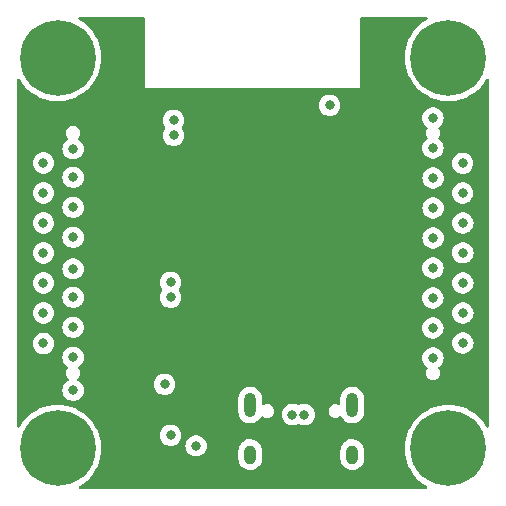
<source format=gbr>
%TF.GenerationSoftware,KiCad,Pcbnew,7.0.1*%
%TF.CreationDate,2023-09-07T21:54:11+09:00*%
%TF.ProjectId,CPU_ESP32S3WROOM,4350555f-4553-4503-9332-533357524f4f,rev?*%
%TF.SameCoordinates,Original*%
%TF.FileFunction,Copper,L5,Inr*%
%TF.FilePolarity,Positive*%
%FSLAX46Y46*%
G04 Gerber Fmt 4.6, Leading zero omitted, Abs format (unit mm)*
G04 Created by KiCad (PCBNEW 7.0.1) date 2023-09-07 21:54:11*
%MOMM*%
%LPD*%
G01*
G04 APERTURE LIST*
%TA.AperFunction,ComponentPad*%
%ADD10O,1.000000X2.100000*%
%TD*%
%TA.AperFunction,ComponentPad*%
%ADD11O,1.000000X1.600000*%
%TD*%
%TA.AperFunction,ComponentPad*%
%ADD12C,0.800000*%
%TD*%
%TA.AperFunction,ComponentPad*%
%ADD13C,6.400000*%
%TD*%
%TA.AperFunction,ViaPad*%
%ADD14C,0.800000*%
%TD*%
G04 APERTURE END LIST*
D10*
%TO.N,GND*%
%TO.C,J1*%
X144410000Y-110730000D03*
D11*
X144410000Y-114910000D03*
D10*
X153050000Y-110730000D03*
D11*
X153050000Y-114910000D03*
%TD*%
D12*
%TO.N,N/C*%
%TO.C,H2*%
X158795000Y-114400000D03*
X159497944Y-112702944D03*
X159497944Y-116097056D03*
X161195000Y-112000000D03*
D13*
X161195000Y-114400000D03*
D12*
X161195000Y-116800000D03*
X162892056Y-112702944D03*
X162892056Y-116097056D03*
X163595000Y-114400000D03*
%TD*%
%TO.N,N/C*%
%TO.C,H4*%
X125695000Y-114400000D03*
X126397944Y-112702944D03*
X126397944Y-116097056D03*
X128095000Y-112000000D03*
D13*
X128095000Y-114400000D03*
D12*
X128095000Y-116800000D03*
X129792056Y-112702944D03*
X129792056Y-116097056D03*
X130495000Y-114400000D03*
%TD*%
%TO.N,N/C*%
%TO.C,H3*%
X125695000Y-81300000D03*
X126397944Y-79602944D03*
X126397944Y-82997056D03*
X128095000Y-78900000D03*
D13*
X128095000Y-81300000D03*
D12*
X128095000Y-83700000D03*
X129792056Y-79602944D03*
X129792056Y-82997056D03*
X130495000Y-81300000D03*
%TD*%
%TO.N,N/C*%
%TO.C,H1*%
X158795000Y-81300000D03*
X159497944Y-79602944D03*
X159497944Y-82997056D03*
X161195000Y-78900000D03*
D13*
X161195000Y-81300000D03*
D12*
X161195000Y-83700000D03*
X162892056Y-79602944D03*
X162892056Y-82997056D03*
X163595000Y-81300000D03*
%TD*%
D14*
%TO.N,GND*%
X151130000Y-85344000D03*
X137668000Y-113284000D03*
%TO.N,+5V*%
X136144000Y-111760000D03*
%TO.N,/EN*%
X137160000Y-108966000D03*
X137922000Y-87884000D03*
%TO.N,/D_+*%
X137668000Y-101600000D03*
%TO.N,/D_-*%
X137668000Y-100330000D03*
%TO.N,+3V3*%
X137922000Y-86614000D03*
%TO.N,/D_+*%
X148979503Y-111530000D03*
%TO.N,/D_-*%
X147980000Y-111530000D03*
%TO.N,GND*%
X159880000Y-88960000D03*
%TO.N,+3V3*%
X159880000Y-86420000D03*
%TO.N,/IO1*%
X162400000Y-90250000D03*
%TO.N,/TXD0*%
X162400000Y-92760000D03*
%TO.N,/IO42*%
X162410000Y-95310000D03*
%TO.N,/IO39*%
X162410000Y-97830000D03*
%TO.N,/IO37*%
X162410000Y-100390000D03*
%TO.N,/IO35*%
X162410000Y-102920000D03*
%TO.N,/IO45*%
X162410000Y-105470000D03*
%TO.N,+5V*%
X159890000Y-109280000D03*
%TO.N,/IO48*%
X159880000Y-106730000D03*
%TO.N,/IO0*%
X159870000Y-104200000D03*
%TO.N,/IO36*%
X159870000Y-101660000D03*
%TO.N,/IO38*%
X159880000Y-99120000D03*
%TO.N,/IO41*%
X159890000Y-96580000D03*
%TO.N,/RXD0*%
X159890000Y-94040000D03*
%TO.N,/IO2*%
X159890000Y-91500000D03*
%TO.N,+3V3*%
X139827000Y-114173000D03*
X129413000Y-109474000D03*
%TO.N,GND*%
X129413000Y-106680000D03*
%TO.N,+5V*%
X142113000Y-114173000D03*
X129413000Y-86360000D03*
%TO.N,/IO6*%
X126898400Y-92760800D03*
%TO.N,/IO7*%
X129413000Y-93980000D03*
%TO.N,/IO8*%
X126898400Y-100380800D03*
%TO.N,/IO3*%
X129413000Y-101600000D03*
%TO.N,/IO46*%
X126898400Y-102920800D03*
%TO.N,/IO9*%
X129413000Y-104140000D03*
%TO.N,/IO10*%
X126898400Y-105511600D03*
%TO.N,/EN*%
X129413000Y-89027000D03*
%TO.N,/IO18*%
X129413000Y-99187000D03*
%TO.N,/IO17*%
X126898400Y-97840800D03*
%TO.N,/IO5*%
X129413000Y-91440000D03*
%TO.N,/IO4*%
X126898400Y-90220800D03*
%TO.N,/IO16*%
X129413000Y-96520000D03*
%TO.N,/IO15*%
X126898400Y-95300800D03*
%TD*%
%TA.AperFunction,Conductor*%
%TO.N,+5V*%
G36*
X135458000Y-77867113D02*
G01*
X135503387Y-77912500D01*
X135520000Y-77974500D01*
X135520000Y-83890000D01*
X153720000Y-83890000D01*
X153720000Y-77974500D01*
X153736613Y-77912500D01*
X153782000Y-77867113D01*
X153844000Y-77850500D01*
X159297476Y-77850500D01*
X159360597Y-77867768D01*
X159406138Y-77914763D01*
X159421415Y-77978396D01*
X159402172Y-78040944D01*
X159353769Y-78084985D01*
X159342213Y-78090872D01*
X159016919Y-78302121D01*
X158715480Y-78546222D01*
X158441222Y-78820480D01*
X158197121Y-79121919D01*
X157985876Y-79447206D01*
X157809785Y-79792806D01*
X157670785Y-80154913D01*
X157570396Y-80529570D01*
X157509722Y-80912659D01*
X157489422Y-81300000D01*
X157509722Y-81687340D01*
X157570396Y-82070429D01*
X157670785Y-82445086D01*
X157809785Y-82807193D01*
X157985876Y-83152793D01*
X158197121Y-83478080D01*
X158197124Y-83478084D01*
X158441219Y-83779516D01*
X158715484Y-84053781D01*
X159016916Y-84297876D01*
X159016918Y-84297877D01*
X159016919Y-84297878D01*
X159342206Y-84509123D01*
X159687806Y-84685214D01*
X160049913Y-84824214D01*
X160424570Y-84924603D01*
X160616114Y-84954939D01*
X160807662Y-84985278D01*
X161195000Y-85005578D01*
X161582338Y-84985278D01*
X161831686Y-84945785D01*
X161965429Y-84924603D01*
X161965433Y-84924602D01*
X162340087Y-84824214D01*
X162702194Y-84685214D01*
X163047789Y-84509125D01*
X163047788Y-84509125D01*
X163047793Y-84509123D01*
X163210436Y-84403500D01*
X163373084Y-84297876D01*
X163674516Y-84053781D01*
X163948781Y-83779516D01*
X164192876Y-83478084D01*
X164404125Y-83152789D01*
X164404127Y-83152786D01*
X164410015Y-83141231D01*
X164454056Y-83092828D01*
X164516604Y-83073585D01*
X164580237Y-83088862D01*
X164627232Y-83134403D01*
X164644500Y-83197524D01*
X164644500Y-112502476D01*
X164627232Y-112565597D01*
X164580237Y-112611138D01*
X164516604Y-112626415D01*
X164454056Y-112607172D01*
X164410015Y-112558769D01*
X164404127Y-112547213D01*
X164192878Y-112221919D01*
X164161270Y-112182886D01*
X163948781Y-111920484D01*
X163674516Y-111646219D01*
X163373084Y-111402124D01*
X163373082Y-111402123D01*
X163373080Y-111402121D01*
X163047793Y-111190876D01*
X162702193Y-111014785D01*
X162340086Y-110875785D01*
X161965429Y-110775396D01*
X161582340Y-110714722D01*
X161195000Y-110694422D01*
X160807659Y-110714722D01*
X160424570Y-110775396D01*
X160049913Y-110875785D01*
X159687806Y-111014785D01*
X159342206Y-111190876D01*
X159016919Y-111402121D01*
X158715480Y-111646222D01*
X158441222Y-111920480D01*
X158197121Y-112221919D01*
X157985876Y-112547206D01*
X157809785Y-112892806D01*
X157670785Y-113254913D01*
X157570396Y-113629570D01*
X157509722Y-114012659D01*
X157489422Y-114399999D01*
X157509722Y-114787340D01*
X157570396Y-115170429D01*
X157670785Y-115545086D01*
X157809785Y-115907193D01*
X157985876Y-116252793D01*
X158197121Y-116578080D01*
X158197124Y-116578084D01*
X158441219Y-116879516D01*
X158715484Y-117153781D01*
X159016916Y-117397876D01*
X159016918Y-117397877D01*
X159016919Y-117397878D01*
X159342213Y-117609127D01*
X159353769Y-117615015D01*
X159402172Y-117659056D01*
X159421415Y-117721604D01*
X159406138Y-117785237D01*
X159360597Y-117832232D01*
X159297476Y-117849500D01*
X129992524Y-117849500D01*
X129929403Y-117832232D01*
X129883862Y-117785237D01*
X129868585Y-117721604D01*
X129887828Y-117659056D01*
X129936231Y-117615015D01*
X129947786Y-117609127D01*
X129973721Y-117592284D01*
X130273084Y-117397876D01*
X130574516Y-117153781D01*
X130848781Y-116879516D01*
X131092876Y-116578084D01*
X131198500Y-116415436D01*
X131304123Y-116252793D01*
X131430251Y-116005252D01*
X131480214Y-115907194D01*
X131619214Y-115545087D01*
X131695404Y-115260740D01*
X143409500Y-115260740D01*
X143424926Y-115412440D01*
X143455868Y-115511058D01*
X143485841Y-115606588D01*
X143584591Y-115784502D01*
X143717134Y-115938895D01*
X143878042Y-116063448D01*
X144060729Y-116153060D01*
X144257715Y-116204063D01*
X144460936Y-116214369D01*
X144460936Y-116214368D01*
X144460937Y-116214369D01*
X144662071Y-116183556D01*
X144744413Y-116153060D01*
X144852887Y-116112886D01*
X145025571Y-116005252D01*
X145173053Y-115865059D01*
X145289295Y-115698049D01*
X145369540Y-115511058D01*
X145410500Y-115311741D01*
X145410500Y-115260740D01*
X152049500Y-115260740D01*
X152064926Y-115412440D01*
X152095868Y-115511058D01*
X152125841Y-115606588D01*
X152224591Y-115784502D01*
X152357134Y-115938895D01*
X152518042Y-116063448D01*
X152700729Y-116153060D01*
X152897715Y-116204063D01*
X153100936Y-116214369D01*
X153100936Y-116214368D01*
X153100937Y-116214369D01*
X153302071Y-116183556D01*
X153384413Y-116153060D01*
X153492887Y-116112886D01*
X153665571Y-116005252D01*
X153813053Y-115865059D01*
X153929295Y-115698049D01*
X154009540Y-115511058D01*
X154050500Y-115311741D01*
X154050500Y-114559258D01*
X154035074Y-114407562D01*
X153974159Y-114213412D01*
X153875409Y-114035498D01*
X153742866Y-113881105D01*
X153581958Y-113756552D01*
X153581957Y-113756551D01*
X153399272Y-113666940D01*
X153298246Y-113640783D01*
X153202285Y-113615937D01*
X153181670Y-113614891D01*
X152999062Y-113605630D01*
X152797928Y-113636443D01*
X152607113Y-113707113D01*
X152434431Y-113814745D01*
X152364623Y-113881104D01*
X152286947Y-113954941D01*
X152266205Y-113984742D01*
X152170705Y-114121950D01*
X152131455Y-114213412D01*
X152090460Y-114308942D01*
X152070194Y-114407562D01*
X152049500Y-114508261D01*
X152049500Y-115260740D01*
X145410500Y-115260740D01*
X145410500Y-114559258D01*
X145395074Y-114407562D01*
X145334159Y-114213412D01*
X145235409Y-114035498D01*
X145102866Y-113881105D01*
X144941958Y-113756552D01*
X144941957Y-113756551D01*
X144759272Y-113666940D01*
X144658246Y-113640783D01*
X144562285Y-113615937D01*
X144541670Y-113614891D01*
X144359062Y-113605630D01*
X144157928Y-113636443D01*
X143967113Y-113707113D01*
X143794431Y-113814745D01*
X143724623Y-113881104D01*
X143646947Y-113954941D01*
X143626205Y-113984742D01*
X143530705Y-114121950D01*
X143491455Y-114213412D01*
X143450460Y-114308942D01*
X143430194Y-114407562D01*
X143409500Y-114508261D01*
X143409500Y-115260740D01*
X131695404Y-115260740D01*
X131719602Y-115170433D01*
X131780278Y-114787338D01*
X131800578Y-114400000D01*
X131780278Y-114012662D01*
X131747343Y-113804715D01*
X131719603Y-113629570D01*
X131627008Y-113284000D01*
X136762540Y-113284000D01*
X136782326Y-113472257D01*
X136840820Y-113652284D01*
X136935466Y-113816216D01*
X137062129Y-113956889D01*
X137215269Y-114068151D01*
X137388197Y-114145144D01*
X137573352Y-114184500D01*
X137573354Y-114184500D01*
X137762646Y-114184500D01*
X137762648Y-114184500D01*
X137816749Y-114173000D01*
X138921540Y-114173000D01*
X138941326Y-114361257D01*
X138999820Y-114541284D01*
X139094466Y-114705216D01*
X139221129Y-114845889D01*
X139374269Y-114957151D01*
X139547197Y-115034144D01*
X139732352Y-115073500D01*
X139732354Y-115073500D01*
X139921646Y-115073500D01*
X139921648Y-115073500D01*
X140045084Y-115047262D01*
X140106803Y-115034144D01*
X140279730Y-114957151D01*
X140432871Y-114845888D01*
X140559533Y-114705216D01*
X140654179Y-114541284D01*
X140712674Y-114361256D01*
X140732460Y-114173000D01*
X140712674Y-113984744D01*
X140654179Y-113804716D01*
X140654179Y-113804715D01*
X140559533Y-113640783D01*
X140432870Y-113500110D01*
X140279730Y-113388848D01*
X140106802Y-113311855D01*
X139921648Y-113272500D01*
X139921646Y-113272500D01*
X139732354Y-113272500D01*
X139732352Y-113272500D01*
X139547197Y-113311855D01*
X139374269Y-113388848D01*
X139221129Y-113500110D01*
X139094466Y-113640783D01*
X138999820Y-113804715D01*
X138941326Y-113984742D01*
X138921540Y-114173000D01*
X137816749Y-114173000D01*
X137886084Y-114158262D01*
X137947803Y-114145144D01*
X138120730Y-114068151D01*
X138120730Y-114068150D01*
X138273870Y-113956889D01*
X138342107Y-113881105D01*
X138400533Y-113816216D01*
X138495179Y-113652284D01*
X138553674Y-113472256D01*
X138573460Y-113284000D01*
X138553674Y-113095744D01*
X138495179Y-112915716D01*
X138495179Y-112915715D01*
X138400533Y-112751783D01*
X138273870Y-112611110D01*
X138120730Y-112499848D01*
X137947802Y-112422855D01*
X137762648Y-112383500D01*
X137762646Y-112383500D01*
X137573354Y-112383500D01*
X137573352Y-112383500D01*
X137388197Y-112422855D01*
X137215269Y-112499848D01*
X137062129Y-112611110D01*
X136935466Y-112751783D01*
X136840820Y-112915715D01*
X136782326Y-113095742D01*
X136762540Y-113284000D01*
X131627008Y-113284000D01*
X131619214Y-113254913D01*
X131480214Y-112892806D01*
X131304123Y-112547206D01*
X131092878Y-112221919D01*
X131061270Y-112182886D01*
X130848781Y-111920484D01*
X130574516Y-111646219D01*
X130273084Y-111402124D01*
X130273082Y-111402123D01*
X130273080Y-111402121D01*
X130163163Y-111330740D01*
X143409500Y-111330740D01*
X143424926Y-111482440D01*
X143450109Y-111562703D01*
X143485841Y-111676588D01*
X143584591Y-111854502D01*
X143717134Y-112008895D01*
X143878042Y-112133448D01*
X144060729Y-112223060D01*
X144257715Y-112274063D01*
X144460936Y-112284369D01*
X144460936Y-112284368D01*
X144460937Y-112284369D01*
X144662071Y-112253556D01*
X144744413Y-112223060D01*
X144852887Y-112182886D01*
X145025571Y-112075252D01*
X145173053Y-111935059D01*
X145289295Y-111768049D01*
X145302331Y-111737669D01*
X145335412Y-111692570D01*
X145384947Y-111666594D01*
X145440858Y-111665030D01*
X145491767Y-111688193D01*
X145549767Y-111732698D01*
X145689763Y-111790686D01*
X145689764Y-111790687D01*
X145802279Y-111805500D01*
X145802280Y-111805500D01*
X145877720Y-111805500D01*
X145877721Y-111805500D01*
X145933977Y-111798093D01*
X145990236Y-111790687D01*
X146130233Y-111732698D01*
X146250451Y-111640451D01*
X146335204Y-111529999D01*
X147074540Y-111529999D01*
X147094326Y-111718257D01*
X147152820Y-111898284D01*
X147247466Y-112062216D01*
X147374129Y-112202889D01*
X147527269Y-112314151D01*
X147700197Y-112391144D01*
X147885352Y-112430500D01*
X147885354Y-112430500D01*
X148074646Y-112430500D01*
X148074648Y-112430500D01*
X148259800Y-112391145D01*
X148259801Y-112391144D01*
X148259803Y-112391144D01*
X148429318Y-112315669D01*
X148479750Y-112304950D01*
X148530186Y-112315671D01*
X148699700Y-112391144D01*
X148884855Y-112430500D01*
X148884857Y-112430500D01*
X149074149Y-112430500D01*
X149074151Y-112430500D01*
X149197586Y-112404262D01*
X149259306Y-112391144D01*
X149432233Y-112314151D01*
X149585374Y-112202888D01*
X149712036Y-112062216D01*
X149806682Y-111898284D01*
X149865177Y-111718256D01*
X149884963Y-111530000D01*
X149865177Y-111341744D01*
X149828869Y-111230000D01*
X151039533Y-111230000D01*
X151059312Y-111380235D01*
X151117301Y-111520231D01*
X151117302Y-111520233D01*
X151209549Y-111640451D01*
X151329767Y-111732698D01*
X151469763Y-111790686D01*
X151469764Y-111790687D01*
X151582279Y-111805500D01*
X151582280Y-111805500D01*
X151657720Y-111805500D01*
X151657721Y-111805500D01*
X151713977Y-111798093D01*
X151770236Y-111790687D01*
X151910233Y-111732698D01*
X151969176Y-111687468D01*
X152017015Y-111664966D01*
X152069880Y-111664435D01*
X152118161Y-111685974D01*
X152153081Y-111725666D01*
X152224591Y-111854502D01*
X152357134Y-112008895D01*
X152518042Y-112133448D01*
X152700729Y-112223060D01*
X152897715Y-112274063D01*
X153100936Y-112284369D01*
X153100936Y-112284368D01*
X153100937Y-112284369D01*
X153302071Y-112253556D01*
X153384413Y-112223060D01*
X153492887Y-112182886D01*
X153665571Y-112075252D01*
X153813053Y-111935059D01*
X153929295Y-111768049D01*
X154009540Y-111581058D01*
X154050500Y-111381741D01*
X154050500Y-110129258D01*
X154035074Y-109977562D01*
X153974159Y-109783412D01*
X153875409Y-109605498D01*
X153742866Y-109451105D01*
X153581958Y-109326552D01*
X153581957Y-109326551D01*
X153399272Y-109236940D01*
X153333609Y-109219939D01*
X153202285Y-109185937D01*
X153181670Y-109184891D01*
X152999062Y-109175630D01*
X152797928Y-109206443D01*
X152607113Y-109277113D01*
X152434431Y-109384745D01*
X152364623Y-109451104D01*
X152286947Y-109524941D01*
X152286946Y-109524943D01*
X152170705Y-109691950D01*
X152112688Y-109827144D01*
X152090460Y-109878942D01*
X152070194Y-109977562D01*
X152049500Y-110078261D01*
X152049500Y-110599409D01*
X152034858Y-110657862D01*
X151994391Y-110702511D01*
X151937654Y-110722812D01*
X151878047Y-110713970D01*
X151770235Y-110669312D01*
X151657721Y-110654500D01*
X151657720Y-110654500D01*
X151582280Y-110654500D01*
X151582279Y-110654500D01*
X151469764Y-110669312D01*
X151329768Y-110727301D01*
X151209549Y-110819549D01*
X151117301Y-110939768D01*
X151059312Y-111079764D01*
X151039533Y-111230000D01*
X149828869Y-111230000D01*
X149816157Y-111190876D01*
X149806682Y-111161715D01*
X149712036Y-110997783D01*
X149585373Y-110857110D01*
X149432233Y-110745848D01*
X149259305Y-110668855D01*
X149074151Y-110629500D01*
X149074149Y-110629500D01*
X148884857Y-110629500D01*
X148884855Y-110629500D01*
X148699700Y-110668855D01*
X148530187Y-110744328D01*
X148479751Y-110755049D01*
X148429315Y-110744328D01*
X148259802Y-110668855D01*
X148074648Y-110629500D01*
X148074646Y-110629500D01*
X147885354Y-110629500D01*
X147885352Y-110629500D01*
X147700197Y-110668855D01*
X147527269Y-110745848D01*
X147374129Y-110857110D01*
X147247466Y-110997783D01*
X147152820Y-111161715D01*
X147094326Y-111341742D01*
X147074540Y-111529999D01*
X146335204Y-111529999D01*
X146342698Y-111520233D01*
X146400687Y-111380236D01*
X146420466Y-111230000D01*
X146400687Y-111079764D01*
X146342698Y-110939767D01*
X146250451Y-110819549D01*
X146130233Y-110727302D01*
X146130231Y-110727301D01*
X145990235Y-110669312D01*
X145877721Y-110654500D01*
X145877720Y-110654500D01*
X145802280Y-110654500D01*
X145802279Y-110654500D01*
X145689764Y-110669312D01*
X145581953Y-110713970D01*
X145522346Y-110722812D01*
X145465609Y-110702511D01*
X145425142Y-110657862D01*
X145410500Y-110599409D01*
X145410500Y-110129260D01*
X145405314Y-110078259D01*
X145395074Y-109977562D01*
X145334159Y-109783412D01*
X145235409Y-109605498D01*
X145102866Y-109451105D01*
X144941958Y-109326552D01*
X144941957Y-109326551D01*
X144759272Y-109236940D01*
X144693609Y-109219939D01*
X144562285Y-109185937D01*
X144541670Y-109184891D01*
X144359062Y-109175630D01*
X144157928Y-109206443D01*
X143967113Y-109277113D01*
X143794431Y-109384745D01*
X143724623Y-109451104D01*
X143646947Y-109524941D01*
X143646946Y-109524943D01*
X143530705Y-109691950D01*
X143472688Y-109827144D01*
X143450460Y-109878942D01*
X143430194Y-109977562D01*
X143409500Y-110078261D01*
X143409500Y-111330740D01*
X130163163Y-111330740D01*
X129947793Y-111190876D01*
X129602193Y-111014785D01*
X129240086Y-110875785D01*
X128865429Y-110775396D01*
X128482340Y-110714722D01*
X128095000Y-110694422D01*
X127707659Y-110714722D01*
X127324570Y-110775396D01*
X126949913Y-110875785D01*
X126587806Y-111014785D01*
X126242206Y-111190876D01*
X125916919Y-111402121D01*
X125615480Y-111646222D01*
X125341222Y-111920480D01*
X125097121Y-112221919D01*
X124885872Y-112547213D01*
X124879985Y-112558769D01*
X124835944Y-112607172D01*
X124773396Y-112626415D01*
X124709763Y-112611138D01*
X124662768Y-112565597D01*
X124645500Y-112502476D01*
X124645500Y-109473999D01*
X128507540Y-109473999D01*
X128527326Y-109662257D01*
X128585820Y-109842284D01*
X128680466Y-110006216D01*
X128807129Y-110146889D01*
X128960269Y-110258151D01*
X129133197Y-110335144D01*
X129318352Y-110374500D01*
X129318354Y-110374500D01*
X129507646Y-110374500D01*
X129507648Y-110374500D01*
X129631083Y-110348262D01*
X129692803Y-110335144D01*
X129865730Y-110258151D01*
X130018871Y-110146888D01*
X130145533Y-110006216D01*
X130240179Y-109842284D01*
X130298674Y-109662256D01*
X130318460Y-109474000D01*
X130298674Y-109285744D01*
X130240179Y-109105716D01*
X130240179Y-109105715D01*
X130159514Y-108965999D01*
X136254540Y-108965999D01*
X136274326Y-109154257D01*
X136332820Y-109334284D01*
X136427466Y-109498216D01*
X136554129Y-109638889D01*
X136707269Y-109750151D01*
X136880197Y-109827144D01*
X137065352Y-109866500D01*
X137065354Y-109866500D01*
X137254646Y-109866500D01*
X137254648Y-109866500D01*
X137378084Y-109840262D01*
X137439803Y-109827144D01*
X137612730Y-109750151D01*
X137765871Y-109638888D01*
X137892533Y-109498216D01*
X137987179Y-109334284D01*
X138045674Y-109154256D01*
X138065460Y-108966000D01*
X138045674Y-108777744D01*
X137993017Y-108615682D01*
X137987179Y-108597715D01*
X137892533Y-108433783D01*
X137765870Y-108293110D01*
X137612730Y-108181848D01*
X137439802Y-108104855D01*
X137254648Y-108065500D01*
X137254646Y-108065500D01*
X137065354Y-108065500D01*
X137065352Y-108065500D01*
X136880197Y-108104855D01*
X136707269Y-108181848D01*
X136554129Y-108293110D01*
X136427466Y-108433783D01*
X136332820Y-108597715D01*
X136274326Y-108777742D01*
X136254540Y-108965999D01*
X130159514Y-108965999D01*
X130145533Y-108941783D01*
X130018870Y-108801110D01*
X129865732Y-108689849D01*
X129828134Y-108673110D01*
X129778730Y-108633370D01*
X129755428Y-108574404D01*
X129764321Y-108511627D01*
X129803082Y-108461454D01*
X129833282Y-108438282D01*
X129836734Y-108433784D01*
X129855678Y-108409093D01*
X129929536Y-108312841D01*
X129990044Y-108166762D01*
X130010682Y-108010000D01*
X129990044Y-107853238D01*
X129929536Y-107707159D01*
X129929535Y-107707158D01*
X129864464Y-107622354D01*
X129839764Y-107561979D01*
X129849125Y-107497422D01*
X129889951Y-107446552D01*
X130018871Y-107352888D01*
X130145533Y-107212216D01*
X130240179Y-107048284D01*
X130298674Y-106868256D01*
X130313205Y-106729999D01*
X158974540Y-106729999D01*
X158994326Y-106918257D01*
X159052820Y-107098284D01*
X159147466Y-107262216D01*
X159274129Y-107402889D01*
X159376485Y-107477254D01*
X159417315Y-107528127D01*
X159426676Y-107592683D01*
X159401976Y-107653058D01*
X159360463Y-107707159D01*
X159299956Y-107853237D01*
X159279317Y-108010000D01*
X159299956Y-108166762D01*
X159360463Y-108312840D01*
X159456717Y-108438282D01*
X159582159Y-108534536D01*
X159728238Y-108595044D01*
X159885000Y-108615682D01*
X160041762Y-108595044D01*
X160187841Y-108534536D01*
X160313282Y-108438282D01*
X160409536Y-108312841D01*
X160470044Y-108166762D01*
X160490682Y-108010000D01*
X160470044Y-107853238D01*
X160409536Y-107707159D01*
X160364444Y-107648393D01*
X160339744Y-107588018D01*
X160349105Y-107523461D01*
X160389932Y-107472591D01*
X160485871Y-107402888D01*
X160612533Y-107262216D01*
X160707179Y-107098284D01*
X160765674Y-106918256D01*
X160785460Y-106730000D01*
X160765674Y-106541744D01*
X160723550Y-106412100D01*
X160707179Y-106361715D01*
X160612533Y-106197783D01*
X160485870Y-106057110D01*
X160332730Y-105945848D01*
X160159802Y-105868855D01*
X159974648Y-105829500D01*
X159974646Y-105829500D01*
X159785354Y-105829500D01*
X159785352Y-105829500D01*
X159600197Y-105868855D01*
X159427269Y-105945848D01*
X159274129Y-106057110D01*
X159147466Y-106197783D01*
X159052820Y-106361715D01*
X158994326Y-106541742D01*
X158974540Y-106729999D01*
X130313205Y-106729999D01*
X130318460Y-106680000D01*
X130298674Y-106491744D01*
X130240179Y-106311716D01*
X130240179Y-106311715D01*
X130145533Y-106147783D01*
X130018870Y-106007110D01*
X129865730Y-105895848D01*
X129692802Y-105818855D01*
X129507648Y-105779500D01*
X129507646Y-105779500D01*
X129318354Y-105779500D01*
X129318352Y-105779500D01*
X129133197Y-105818855D01*
X128960269Y-105895848D01*
X128807129Y-106007110D01*
X128680466Y-106147783D01*
X128585820Y-106311715D01*
X128527326Y-106491742D01*
X128507540Y-106680000D01*
X128527326Y-106868257D01*
X128585820Y-107048284D01*
X128680466Y-107212216D01*
X128807129Y-107352889D01*
X128925771Y-107439087D01*
X128966601Y-107489960D01*
X128975962Y-107554516D01*
X128951262Y-107614891D01*
X128880463Y-107707159D01*
X128819956Y-107853237D01*
X128799317Y-108010000D01*
X128819956Y-108166762D01*
X128880463Y-108312840D01*
X128976717Y-108438282D01*
X129012791Y-108465962D01*
X129051553Y-108516136D01*
X129060446Y-108578912D01*
X129037144Y-108637878D01*
X128987741Y-108677617D01*
X128960269Y-108689848D01*
X128807129Y-108801110D01*
X128680466Y-108941783D01*
X128585820Y-109105715D01*
X128527326Y-109285742D01*
X128507540Y-109473999D01*
X124645500Y-109473999D01*
X124645500Y-105511600D01*
X125992940Y-105511600D01*
X126012726Y-105699857D01*
X126071220Y-105879884D01*
X126165866Y-106043816D01*
X126292529Y-106184489D01*
X126445669Y-106295751D01*
X126618597Y-106372744D01*
X126803752Y-106412100D01*
X126803754Y-106412100D01*
X126993046Y-106412100D01*
X126993048Y-106412100D01*
X127116484Y-106385862D01*
X127178203Y-106372744D01*
X127351130Y-106295751D01*
X127504271Y-106184488D01*
X127630933Y-106043816D01*
X127725579Y-105879884D01*
X127784074Y-105699856D01*
X127803860Y-105511600D01*
X127799488Y-105469999D01*
X161504540Y-105469999D01*
X161524326Y-105658257D01*
X161582820Y-105838284D01*
X161677466Y-106002216D01*
X161804129Y-106142889D01*
X161957269Y-106254151D01*
X162130197Y-106331144D01*
X162315352Y-106370500D01*
X162315354Y-106370500D01*
X162504646Y-106370500D01*
X162504648Y-106370500D01*
X162628083Y-106344262D01*
X162689803Y-106331144D01*
X162862730Y-106254151D01*
X162958612Y-106184489D01*
X163015870Y-106142889D01*
X163142533Y-106002216D01*
X163237179Y-105838284D01*
X163256279Y-105779500D01*
X163295674Y-105658256D01*
X163315460Y-105470000D01*
X163295674Y-105281744D01*
X163250696Y-105143316D01*
X163237179Y-105101715D01*
X163142533Y-104937783D01*
X163015870Y-104797110D01*
X162862730Y-104685848D01*
X162689802Y-104608855D01*
X162504648Y-104569500D01*
X162504646Y-104569500D01*
X162315354Y-104569500D01*
X162315352Y-104569500D01*
X162130197Y-104608855D01*
X161957269Y-104685848D01*
X161804129Y-104797110D01*
X161677466Y-104937783D01*
X161582820Y-105101715D01*
X161524326Y-105281742D01*
X161504540Y-105469999D01*
X127799488Y-105469999D01*
X127784074Y-105323344D01*
X127725579Y-105143316D01*
X127725579Y-105143315D01*
X127630933Y-104979383D01*
X127504270Y-104838710D01*
X127351130Y-104727448D01*
X127178202Y-104650455D01*
X126993048Y-104611100D01*
X126993046Y-104611100D01*
X126803754Y-104611100D01*
X126803752Y-104611100D01*
X126618597Y-104650455D01*
X126445669Y-104727448D01*
X126292529Y-104838710D01*
X126165866Y-104979383D01*
X126071220Y-105143315D01*
X126012726Y-105323342D01*
X125992940Y-105511600D01*
X124645500Y-105511600D01*
X124645500Y-104140000D01*
X128507540Y-104140000D01*
X128527326Y-104328257D01*
X128585820Y-104508284D01*
X128680466Y-104672216D01*
X128807129Y-104812889D01*
X128960269Y-104924151D01*
X129133197Y-105001144D01*
X129318352Y-105040500D01*
X129318354Y-105040500D01*
X129507646Y-105040500D01*
X129507648Y-105040500D01*
X129631083Y-105014262D01*
X129692803Y-105001144D01*
X129865730Y-104924151D01*
X129865730Y-104924150D01*
X130018870Y-104812889D01*
X130145533Y-104672216D01*
X130240179Y-104508284D01*
X130279178Y-104388257D01*
X130298674Y-104328256D01*
X130312154Y-104200000D01*
X158964540Y-104200000D01*
X158984326Y-104388257D01*
X159042820Y-104568284D01*
X159137466Y-104732216D01*
X159264129Y-104872889D01*
X159417269Y-104984151D01*
X159590197Y-105061144D01*
X159775352Y-105100500D01*
X159775354Y-105100500D01*
X159964646Y-105100500D01*
X159964648Y-105100500D01*
X160088083Y-105074262D01*
X160149803Y-105061144D01*
X160322730Y-104984151D01*
X160475871Y-104872888D01*
X160602533Y-104732216D01*
X160697179Y-104568284D01*
X160755674Y-104388256D01*
X160775460Y-104200000D01*
X160755674Y-104011744D01*
X160697179Y-103831716D01*
X160697179Y-103831715D01*
X160602533Y-103667783D01*
X160475870Y-103527110D01*
X160322730Y-103415848D01*
X160149802Y-103338855D01*
X159964648Y-103299500D01*
X159964646Y-103299500D01*
X159775354Y-103299500D01*
X159775352Y-103299500D01*
X159590197Y-103338855D01*
X159417269Y-103415848D01*
X159264129Y-103527110D01*
X159137466Y-103667783D01*
X159042820Y-103831715D01*
X158984326Y-104011742D01*
X158964540Y-104200000D01*
X130312154Y-104200000D01*
X130318460Y-104140000D01*
X130298674Y-103951744D01*
X130256030Y-103820500D01*
X130240179Y-103771715D01*
X130145533Y-103607783D01*
X130018870Y-103467110D01*
X129865730Y-103355848D01*
X129692802Y-103278855D01*
X129507648Y-103239500D01*
X129507646Y-103239500D01*
X129318354Y-103239500D01*
X129318352Y-103239500D01*
X129133197Y-103278855D01*
X128960269Y-103355848D01*
X128807129Y-103467110D01*
X128680466Y-103607783D01*
X128585820Y-103771715D01*
X128527326Y-103951742D01*
X128507540Y-104140000D01*
X124645500Y-104140000D01*
X124645500Y-102920799D01*
X125992940Y-102920799D01*
X126012726Y-103109057D01*
X126071220Y-103289084D01*
X126165866Y-103453016D01*
X126292529Y-103593689D01*
X126445669Y-103704951D01*
X126618597Y-103781944D01*
X126803752Y-103821300D01*
X126803754Y-103821300D01*
X126993046Y-103821300D01*
X126993048Y-103821300D01*
X127116484Y-103795062D01*
X127178203Y-103781944D01*
X127351130Y-103704951D01*
X127402288Y-103667783D01*
X127504270Y-103593689D01*
X127630933Y-103453016D01*
X127725579Y-103289084D01*
X127741690Y-103239500D01*
X127784074Y-103109056D01*
X127803860Y-102920800D01*
X127803776Y-102920000D01*
X161504540Y-102920000D01*
X161524326Y-103108257D01*
X161582820Y-103288284D01*
X161677466Y-103452216D01*
X161804129Y-103592889D01*
X161957269Y-103704151D01*
X162130197Y-103781144D01*
X162315352Y-103820500D01*
X162315354Y-103820500D01*
X162504646Y-103820500D01*
X162504648Y-103820500D01*
X162628083Y-103794262D01*
X162689803Y-103781144D01*
X162862730Y-103704151D01*
X162912785Y-103667784D01*
X163015870Y-103592889D01*
X163142533Y-103452216D01*
X163237179Y-103288284D01*
X163253030Y-103239500D01*
X163295674Y-103108256D01*
X163315460Y-102920000D01*
X163295674Y-102731744D01*
X163237179Y-102551716D01*
X163237179Y-102551715D01*
X163142533Y-102387783D01*
X163015870Y-102247110D01*
X162862730Y-102135848D01*
X162689802Y-102058855D01*
X162504648Y-102019500D01*
X162504646Y-102019500D01*
X162315354Y-102019500D01*
X162315352Y-102019500D01*
X162130197Y-102058855D01*
X161957269Y-102135848D01*
X161804129Y-102247110D01*
X161677466Y-102387783D01*
X161582820Y-102551715D01*
X161524326Y-102731742D01*
X161504540Y-102920000D01*
X127803776Y-102920000D01*
X127784074Y-102732544D01*
X127725579Y-102552516D01*
X127725579Y-102552515D01*
X127630933Y-102388583D01*
X127504270Y-102247910D01*
X127351130Y-102136648D01*
X127178202Y-102059655D01*
X126993048Y-102020300D01*
X126993046Y-102020300D01*
X126803754Y-102020300D01*
X126803752Y-102020300D01*
X126618597Y-102059655D01*
X126445669Y-102136648D01*
X126292529Y-102247910D01*
X126165866Y-102388583D01*
X126071220Y-102552515D01*
X126012726Y-102732542D01*
X125992940Y-102920799D01*
X124645500Y-102920799D01*
X124645500Y-101599999D01*
X128507540Y-101599999D01*
X128527326Y-101788257D01*
X128585820Y-101968284D01*
X128680466Y-102132216D01*
X128807129Y-102272889D01*
X128960269Y-102384151D01*
X129133197Y-102461144D01*
X129318352Y-102500500D01*
X129318354Y-102500500D01*
X129507646Y-102500500D01*
X129507648Y-102500500D01*
X129631083Y-102474262D01*
X129692803Y-102461144D01*
X129865730Y-102384151D01*
X129865730Y-102384150D01*
X130018870Y-102272889D01*
X130041360Y-102247912D01*
X130145533Y-102132216D01*
X130240179Y-101968284D01*
X130298674Y-101788256D01*
X130318460Y-101600000D01*
X130318460Y-101599999D01*
X136762540Y-101599999D01*
X136782326Y-101788257D01*
X136840820Y-101968284D01*
X136935466Y-102132216D01*
X137062129Y-102272889D01*
X137215269Y-102384151D01*
X137388197Y-102461144D01*
X137573352Y-102500500D01*
X137573354Y-102500500D01*
X137762646Y-102500500D01*
X137762648Y-102500500D01*
X137886083Y-102474262D01*
X137947803Y-102461144D01*
X138120730Y-102384151D01*
X138120730Y-102384150D01*
X138273870Y-102272889D01*
X138296360Y-102247912D01*
X138400533Y-102132216D01*
X138495179Y-101968284D01*
X138553674Y-101788256D01*
X138567154Y-101660000D01*
X158964540Y-101660000D01*
X158984326Y-101848257D01*
X159042820Y-102028284D01*
X159137466Y-102192216D01*
X159264129Y-102332889D01*
X159417269Y-102444151D01*
X159590197Y-102521144D01*
X159775352Y-102560500D01*
X159775354Y-102560500D01*
X159964646Y-102560500D01*
X159964648Y-102560500D01*
X160088083Y-102534262D01*
X160149803Y-102521144D01*
X160322730Y-102444151D01*
X160475871Y-102332888D01*
X160602533Y-102192216D01*
X160697179Y-102028284D01*
X160755674Y-101848256D01*
X160775460Y-101660000D01*
X160755674Y-101471744D01*
X160697179Y-101291716D01*
X160697179Y-101291715D01*
X160602533Y-101127783D01*
X160475870Y-100987110D01*
X160322730Y-100875848D01*
X160149802Y-100798855D01*
X159964648Y-100759500D01*
X159964646Y-100759500D01*
X159775354Y-100759500D01*
X159775352Y-100759500D01*
X159590197Y-100798855D01*
X159417269Y-100875848D01*
X159264129Y-100987110D01*
X159137466Y-101127783D01*
X159042820Y-101291715D01*
X158984326Y-101471742D01*
X158964540Y-101660000D01*
X138567154Y-101660000D01*
X138573460Y-101600000D01*
X138553674Y-101411744D01*
X138501492Y-101251144D01*
X138495179Y-101231715D01*
X138400535Y-101067787D01*
X138400534Y-101067786D01*
X138400533Y-101067784D01*
X138382693Y-101047971D01*
X138354527Y-100994999D01*
X138354527Y-100935001D01*
X138382693Y-100882028D01*
X138400533Y-100862216D01*
X138495179Y-100698284D01*
X138553674Y-100518256D01*
X138567154Y-100390000D01*
X161504540Y-100390000D01*
X161524326Y-100578257D01*
X161582820Y-100758284D01*
X161677466Y-100922216D01*
X161804129Y-101062889D01*
X161957269Y-101174151D01*
X162130197Y-101251144D01*
X162315352Y-101290500D01*
X162315354Y-101290500D01*
X162504646Y-101290500D01*
X162504648Y-101290500D01*
X162628084Y-101264262D01*
X162689803Y-101251144D01*
X162862730Y-101174151D01*
X163009128Y-101067787D01*
X163015870Y-101062889D01*
X163142533Y-100922216D01*
X163237179Y-100758284D01*
X163256674Y-100698284D01*
X163295674Y-100578256D01*
X163315460Y-100390000D01*
X163295674Y-100201744D01*
X163237179Y-100021716D01*
X163237179Y-100021715D01*
X163142533Y-99857783D01*
X163015870Y-99717110D01*
X162862730Y-99605848D01*
X162689802Y-99528855D01*
X162504648Y-99489500D01*
X162504646Y-99489500D01*
X162315354Y-99489500D01*
X162315352Y-99489500D01*
X162130197Y-99528855D01*
X161957269Y-99605848D01*
X161804129Y-99717110D01*
X161677466Y-99857783D01*
X161582820Y-100021715D01*
X161524326Y-100201742D01*
X161504540Y-100390000D01*
X138567154Y-100390000D01*
X138573460Y-100330000D01*
X138553674Y-100141744D01*
X138495179Y-99961716D01*
X138495179Y-99961715D01*
X138400533Y-99797783D01*
X138273870Y-99657110D01*
X138120730Y-99545848D01*
X137947802Y-99468855D01*
X137762648Y-99429500D01*
X137762646Y-99429500D01*
X137573354Y-99429500D01*
X137573352Y-99429500D01*
X137388197Y-99468855D01*
X137215269Y-99545848D01*
X137062129Y-99657110D01*
X136935466Y-99797783D01*
X136840820Y-99961715D01*
X136782326Y-100141742D01*
X136762540Y-100329999D01*
X136782326Y-100518257D01*
X136840820Y-100698284D01*
X136935466Y-100862215D01*
X136953304Y-100882026D01*
X136981471Y-100934999D01*
X136981472Y-100994995D01*
X136953307Y-101047969D01*
X136935466Y-101067783D01*
X136840820Y-101231715D01*
X136782326Y-101411742D01*
X136762540Y-101599999D01*
X130318460Y-101599999D01*
X130298674Y-101411744D01*
X130246492Y-101251144D01*
X130240179Y-101231715D01*
X130145533Y-101067783D01*
X130018870Y-100927110D01*
X129865730Y-100815848D01*
X129692802Y-100738855D01*
X129507648Y-100699500D01*
X129507646Y-100699500D01*
X129318354Y-100699500D01*
X129318352Y-100699500D01*
X129133197Y-100738855D01*
X128960269Y-100815848D01*
X128807129Y-100927110D01*
X128680466Y-101067783D01*
X128585820Y-101231715D01*
X128527326Y-101411742D01*
X128507540Y-101599999D01*
X124645500Y-101599999D01*
X124645500Y-100380800D01*
X125992940Y-100380800D01*
X126012726Y-100569057D01*
X126071220Y-100749084D01*
X126165866Y-100913016D01*
X126292529Y-101053689D01*
X126445669Y-101164951D01*
X126618597Y-101241944D01*
X126803752Y-101281300D01*
X126803754Y-101281300D01*
X126993046Y-101281300D01*
X126993048Y-101281300D01*
X127134920Y-101251144D01*
X127178203Y-101241944D01*
X127351130Y-101164951D01*
X127402288Y-101127783D01*
X127504270Y-101053689D01*
X127630933Y-100913016D01*
X127725579Y-100749084D01*
X127781084Y-100578257D01*
X127784074Y-100569056D01*
X127803860Y-100380800D01*
X127784074Y-100192544D01*
X127749943Y-100087500D01*
X127725579Y-100012515D01*
X127630933Y-99848583D01*
X127504270Y-99707910D01*
X127351130Y-99596648D01*
X127178202Y-99519655D01*
X126993048Y-99480300D01*
X126993046Y-99480300D01*
X126803754Y-99480300D01*
X126803752Y-99480300D01*
X126618597Y-99519655D01*
X126445669Y-99596648D01*
X126292529Y-99707910D01*
X126165866Y-99848583D01*
X126071220Y-100012515D01*
X126012726Y-100192542D01*
X125992940Y-100380800D01*
X124645500Y-100380800D01*
X124645500Y-99187000D01*
X128507540Y-99187000D01*
X128527326Y-99375257D01*
X128585820Y-99555284D01*
X128680466Y-99719216D01*
X128807129Y-99859889D01*
X128960269Y-99971151D01*
X129133197Y-100048144D01*
X129318352Y-100087500D01*
X129318354Y-100087500D01*
X129507646Y-100087500D01*
X129507648Y-100087500D01*
X129631084Y-100061262D01*
X129692803Y-100048144D01*
X129865730Y-99971151D01*
X130018871Y-99859888D01*
X130145533Y-99719216D01*
X130240179Y-99555284D01*
X130298674Y-99375256D01*
X130318460Y-99187000D01*
X130311418Y-99119999D01*
X158974540Y-99119999D01*
X158994326Y-99308257D01*
X159052820Y-99488284D01*
X159147466Y-99652216D01*
X159274129Y-99792889D01*
X159427269Y-99904151D01*
X159600197Y-99981144D01*
X159785352Y-100020500D01*
X159785354Y-100020500D01*
X159974646Y-100020500D01*
X159974648Y-100020500D01*
X160098083Y-99994262D01*
X160159803Y-99981144D01*
X160332730Y-99904151D01*
X160409213Y-99848583D01*
X160485870Y-99792889D01*
X160612533Y-99652216D01*
X160707179Y-99488284D01*
X160726279Y-99429500D01*
X160765674Y-99308256D01*
X160785460Y-99120000D01*
X160765674Y-98931744D01*
X160728949Y-98818716D01*
X160707179Y-98751715D01*
X160612533Y-98587783D01*
X160485870Y-98447110D01*
X160332730Y-98335848D01*
X160159802Y-98258855D01*
X159974648Y-98219500D01*
X159974646Y-98219500D01*
X159785354Y-98219500D01*
X159785352Y-98219500D01*
X159600197Y-98258855D01*
X159427269Y-98335848D01*
X159274129Y-98447110D01*
X159147466Y-98587783D01*
X159052820Y-98751715D01*
X158994326Y-98931742D01*
X158974540Y-99119999D01*
X130311418Y-99119999D01*
X130298674Y-98998744D01*
X130240179Y-98818716D01*
X130240179Y-98818715D01*
X130145533Y-98654783D01*
X130018870Y-98514110D01*
X129865730Y-98402848D01*
X129692802Y-98325855D01*
X129507648Y-98286500D01*
X129507646Y-98286500D01*
X129318354Y-98286500D01*
X129318352Y-98286500D01*
X129133197Y-98325855D01*
X128960269Y-98402848D01*
X128807129Y-98514110D01*
X128680466Y-98654783D01*
X128585820Y-98818715D01*
X128527326Y-98998742D01*
X128507540Y-99187000D01*
X124645500Y-99187000D01*
X124645500Y-97840800D01*
X125992940Y-97840800D01*
X126012726Y-98029057D01*
X126071220Y-98209084D01*
X126165866Y-98373016D01*
X126292529Y-98513689D01*
X126445669Y-98624951D01*
X126618597Y-98701944D01*
X126803752Y-98741300D01*
X126803754Y-98741300D01*
X126993046Y-98741300D01*
X126993048Y-98741300D01*
X127116484Y-98715062D01*
X127178203Y-98701944D01*
X127351130Y-98624951D01*
X127402288Y-98587783D01*
X127504270Y-98513689D01*
X127630933Y-98373016D01*
X127725579Y-98209084D01*
X127729088Y-98198284D01*
X127784074Y-98029056D01*
X127803860Y-97840800D01*
X127802725Y-97830000D01*
X161504540Y-97830000D01*
X161524326Y-98018257D01*
X161582820Y-98198284D01*
X161677466Y-98362216D01*
X161804129Y-98502889D01*
X161957269Y-98614151D01*
X162130197Y-98691144D01*
X162315352Y-98730500D01*
X162315354Y-98730500D01*
X162504646Y-98730500D01*
X162504648Y-98730500D01*
X162628084Y-98704262D01*
X162689803Y-98691144D01*
X162862730Y-98614151D01*
X162899023Y-98587783D01*
X163015870Y-98502889D01*
X163142533Y-98362216D01*
X163237179Y-98198284D01*
X163237178Y-98198284D01*
X163295674Y-98018256D01*
X163315460Y-97830000D01*
X163295674Y-97641744D01*
X163265332Y-97548363D01*
X163237179Y-97461715D01*
X163142533Y-97297783D01*
X163015870Y-97157110D01*
X162862730Y-97045848D01*
X162689802Y-96968855D01*
X162504648Y-96929500D01*
X162504646Y-96929500D01*
X162315354Y-96929500D01*
X162315352Y-96929500D01*
X162130197Y-96968855D01*
X161957269Y-97045848D01*
X161804129Y-97157110D01*
X161677466Y-97297783D01*
X161582820Y-97461715D01*
X161524326Y-97641742D01*
X161504540Y-97830000D01*
X127802725Y-97830000D01*
X127784074Y-97652544D01*
X127725579Y-97472516D01*
X127725579Y-97472515D01*
X127630933Y-97308583D01*
X127504270Y-97167910D01*
X127351130Y-97056648D01*
X127178202Y-96979655D01*
X126993048Y-96940300D01*
X126993046Y-96940300D01*
X126803754Y-96940300D01*
X126803752Y-96940300D01*
X126618597Y-96979655D01*
X126445669Y-97056648D01*
X126292529Y-97167910D01*
X126165866Y-97308583D01*
X126071220Y-97472515D01*
X126012726Y-97652542D01*
X125992940Y-97840800D01*
X124645500Y-97840800D01*
X124645500Y-96520000D01*
X128507540Y-96520000D01*
X128527326Y-96708257D01*
X128585820Y-96888284D01*
X128680466Y-97052216D01*
X128807129Y-97192889D01*
X128960269Y-97304151D01*
X129133197Y-97381144D01*
X129318352Y-97420500D01*
X129318354Y-97420500D01*
X129507646Y-97420500D01*
X129507648Y-97420500D01*
X129631083Y-97394262D01*
X129692803Y-97381144D01*
X129865730Y-97304151D01*
X129874495Y-97297783D01*
X130018870Y-97192889D01*
X130041360Y-97167912D01*
X130145533Y-97052216D01*
X130240179Y-96888284D01*
X130298674Y-96708256D01*
X130312154Y-96580000D01*
X158984540Y-96580000D01*
X159004326Y-96768257D01*
X159062820Y-96948284D01*
X159157466Y-97112216D01*
X159284129Y-97252889D01*
X159437269Y-97364151D01*
X159610197Y-97441144D01*
X159795352Y-97480500D01*
X159795354Y-97480500D01*
X159984646Y-97480500D01*
X159984648Y-97480500D01*
X160108084Y-97454262D01*
X160169803Y-97441144D01*
X160342730Y-97364151D01*
X160495871Y-97252888D01*
X160622533Y-97112216D01*
X160717179Y-96948284D01*
X160775674Y-96768256D01*
X160795460Y-96580000D01*
X160775674Y-96391744D01*
X160717179Y-96211716D01*
X160717179Y-96211715D01*
X160622533Y-96047783D01*
X160495870Y-95907110D01*
X160342730Y-95795848D01*
X160169802Y-95718855D01*
X159984648Y-95679500D01*
X159984646Y-95679500D01*
X159795354Y-95679500D01*
X159795352Y-95679500D01*
X159610197Y-95718855D01*
X159437269Y-95795848D01*
X159284129Y-95907110D01*
X159157466Y-96047783D01*
X159062820Y-96211715D01*
X159004326Y-96391742D01*
X158984540Y-96580000D01*
X130312154Y-96580000D01*
X130318460Y-96520000D01*
X130298674Y-96331744D01*
X130246492Y-96171144D01*
X130240179Y-96151715D01*
X130145533Y-95987783D01*
X130018870Y-95847110D01*
X129865730Y-95735848D01*
X129692802Y-95658855D01*
X129507648Y-95619500D01*
X129507646Y-95619500D01*
X129318354Y-95619500D01*
X129318352Y-95619500D01*
X129133197Y-95658855D01*
X128960269Y-95735848D01*
X128807129Y-95847110D01*
X128680466Y-95987783D01*
X128585820Y-96151715D01*
X128527326Y-96331742D01*
X128507540Y-96520000D01*
X124645500Y-96520000D01*
X124645500Y-95300800D01*
X125992940Y-95300800D01*
X126012726Y-95489057D01*
X126071220Y-95669084D01*
X126165866Y-95833016D01*
X126292529Y-95973689D01*
X126445669Y-96084951D01*
X126618597Y-96161944D01*
X126803752Y-96201300D01*
X126803754Y-96201300D01*
X126993046Y-96201300D01*
X126993048Y-96201300D01*
X127134920Y-96171144D01*
X127178203Y-96161944D01*
X127351130Y-96084951D01*
X127402288Y-96047783D01*
X127504270Y-95973689D01*
X127630933Y-95833016D01*
X127725579Y-95669084D01*
X127781084Y-95498257D01*
X127784074Y-95489056D01*
X127802893Y-95310000D01*
X161504540Y-95310000D01*
X161524326Y-95498257D01*
X161582820Y-95678284D01*
X161677466Y-95842216D01*
X161804129Y-95982889D01*
X161957269Y-96094151D01*
X162130197Y-96171144D01*
X162315352Y-96210500D01*
X162315354Y-96210500D01*
X162504646Y-96210500D01*
X162504648Y-96210500D01*
X162628084Y-96184262D01*
X162689803Y-96171144D01*
X162862730Y-96094151D01*
X162926550Y-96047783D01*
X163015870Y-95982889D01*
X163142533Y-95842216D01*
X163237179Y-95678284D01*
X163256279Y-95619500D01*
X163295674Y-95498256D01*
X163315460Y-95310000D01*
X163295674Y-95121744D01*
X163237179Y-94941716D01*
X163237179Y-94941715D01*
X163142533Y-94777783D01*
X163015870Y-94637110D01*
X162862730Y-94525848D01*
X162689802Y-94448855D01*
X162504648Y-94409500D01*
X162504646Y-94409500D01*
X162315354Y-94409500D01*
X162315352Y-94409500D01*
X162130197Y-94448855D01*
X161957269Y-94525848D01*
X161804129Y-94637110D01*
X161677466Y-94777783D01*
X161582820Y-94941715D01*
X161524326Y-95121742D01*
X161504540Y-95310000D01*
X127802893Y-95310000D01*
X127803860Y-95300800D01*
X127784074Y-95112544D01*
X127753732Y-95019163D01*
X127725579Y-94932515D01*
X127630933Y-94768583D01*
X127504270Y-94627910D01*
X127351130Y-94516648D01*
X127178202Y-94439655D01*
X126993048Y-94400300D01*
X126993046Y-94400300D01*
X126803754Y-94400300D01*
X126803752Y-94400300D01*
X126618597Y-94439655D01*
X126445669Y-94516648D01*
X126292529Y-94627910D01*
X126165866Y-94768583D01*
X126071220Y-94932515D01*
X126012726Y-95112542D01*
X125992940Y-95300800D01*
X124645500Y-95300800D01*
X124645500Y-93980000D01*
X128507540Y-93980000D01*
X128527326Y-94168257D01*
X128585820Y-94348284D01*
X128680466Y-94512216D01*
X128807129Y-94652889D01*
X128960269Y-94764151D01*
X129133197Y-94841144D01*
X129318352Y-94880500D01*
X129318354Y-94880500D01*
X129507646Y-94880500D01*
X129507648Y-94880500D01*
X129631083Y-94854262D01*
X129692803Y-94841144D01*
X129865730Y-94764151D01*
X129865729Y-94764151D01*
X130018870Y-94652889D01*
X130041360Y-94627912D01*
X130145533Y-94512216D01*
X130240179Y-94348284D01*
X130298674Y-94168256D01*
X130312154Y-94039999D01*
X158984540Y-94039999D01*
X159004326Y-94228257D01*
X159062820Y-94408284D01*
X159157466Y-94572216D01*
X159284129Y-94712889D01*
X159437269Y-94824151D01*
X159610197Y-94901144D01*
X159795352Y-94940500D01*
X159795354Y-94940500D01*
X159984646Y-94940500D01*
X159984648Y-94940500D01*
X160108084Y-94914262D01*
X160169803Y-94901144D01*
X160342730Y-94824151D01*
X160495871Y-94712888D01*
X160622533Y-94572216D01*
X160717179Y-94408284D01*
X160775674Y-94228256D01*
X160795460Y-94040000D01*
X160775674Y-93851744D01*
X160717179Y-93671716D01*
X160717179Y-93671715D01*
X160622533Y-93507783D01*
X160495870Y-93367110D01*
X160342730Y-93255848D01*
X160169802Y-93178855D01*
X159984648Y-93139500D01*
X159984646Y-93139500D01*
X159795354Y-93139500D01*
X159795352Y-93139500D01*
X159610197Y-93178855D01*
X159437269Y-93255848D01*
X159284129Y-93367110D01*
X159157466Y-93507783D01*
X159062820Y-93671715D01*
X159004326Y-93851742D01*
X158984540Y-94039999D01*
X130312154Y-94039999D01*
X130318460Y-93980000D01*
X130298674Y-93791744D01*
X130256030Y-93660500D01*
X130240179Y-93611715D01*
X130145533Y-93447783D01*
X130018870Y-93307110D01*
X129865730Y-93195848D01*
X129692802Y-93118855D01*
X129507648Y-93079500D01*
X129507646Y-93079500D01*
X129318354Y-93079500D01*
X129318352Y-93079500D01*
X129133197Y-93118855D01*
X128960269Y-93195848D01*
X128807129Y-93307110D01*
X128680466Y-93447783D01*
X128585820Y-93611715D01*
X128527326Y-93791742D01*
X128507540Y-93980000D01*
X124645500Y-93980000D01*
X124645500Y-92760799D01*
X125992940Y-92760799D01*
X126012726Y-92949057D01*
X126071220Y-93129084D01*
X126165866Y-93293016D01*
X126292529Y-93433689D01*
X126445669Y-93544951D01*
X126618597Y-93621944D01*
X126803752Y-93661300D01*
X126803754Y-93661300D01*
X126993046Y-93661300D01*
X126993048Y-93661300D01*
X127116483Y-93635062D01*
X127178203Y-93621944D01*
X127351130Y-93544951D01*
X127402288Y-93507783D01*
X127504270Y-93433689D01*
X127630933Y-93293016D01*
X127725579Y-93129084D01*
X127741690Y-93079500D01*
X127784074Y-92949056D01*
X127803860Y-92760800D01*
X127803776Y-92759999D01*
X161494540Y-92759999D01*
X161514326Y-92948257D01*
X161572820Y-93128284D01*
X161667466Y-93292216D01*
X161794129Y-93432889D01*
X161947269Y-93544151D01*
X162120197Y-93621144D01*
X162305352Y-93660500D01*
X162305354Y-93660500D01*
X162494646Y-93660500D01*
X162494648Y-93660500D01*
X162618084Y-93634262D01*
X162679803Y-93621144D01*
X162852730Y-93544151D01*
X162902785Y-93507784D01*
X163005870Y-93432889D01*
X163132533Y-93292216D01*
X163227179Y-93128284D01*
X163243030Y-93079500D01*
X163285674Y-92948256D01*
X163305460Y-92760000D01*
X163285674Y-92571744D01*
X163227179Y-92391716D01*
X163227179Y-92391715D01*
X163132533Y-92227783D01*
X163005870Y-92087110D01*
X162852730Y-91975848D01*
X162679802Y-91898855D01*
X162494648Y-91859500D01*
X162494646Y-91859500D01*
X162305354Y-91859500D01*
X162305352Y-91859500D01*
X162120197Y-91898855D01*
X161947269Y-91975848D01*
X161794129Y-92087110D01*
X161667466Y-92227783D01*
X161572820Y-92391715D01*
X161514326Y-92571742D01*
X161494540Y-92759999D01*
X127803776Y-92759999D01*
X127784074Y-92572544D01*
X127725579Y-92392516D01*
X127725579Y-92392515D01*
X127630933Y-92228583D01*
X127504270Y-92087910D01*
X127351130Y-91976648D01*
X127178202Y-91899655D01*
X126993048Y-91860300D01*
X126993046Y-91860300D01*
X126803754Y-91860300D01*
X126803752Y-91860300D01*
X126618597Y-91899655D01*
X126445669Y-91976648D01*
X126292529Y-92087910D01*
X126165866Y-92228583D01*
X126071220Y-92392515D01*
X126012726Y-92572542D01*
X125992940Y-92760799D01*
X124645500Y-92760799D01*
X124645500Y-91439999D01*
X128507540Y-91439999D01*
X128527326Y-91628257D01*
X128585820Y-91808284D01*
X128680466Y-91972216D01*
X128807129Y-92112889D01*
X128960269Y-92224151D01*
X129133197Y-92301144D01*
X129318352Y-92340500D01*
X129318354Y-92340500D01*
X129507646Y-92340500D01*
X129507648Y-92340500D01*
X129631084Y-92314262D01*
X129692803Y-92301144D01*
X129865730Y-92224151D01*
X129865729Y-92224151D01*
X130018870Y-92112889D01*
X130041360Y-92087912D01*
X130145533Y-91972216D01*
X130240179Y-91808284D01*
X130298674Y-91628256D01*
X130312154Y-91500000D01*
X158984540Y-91500000D01*
X159004326Y-91688257D01*
X159062820Y-91868284D01*
X159157466Y-92032216D01*
X159284129Y-92172889D01*
X159437269Y-92284151D01*
X159610197Y-92361144D01*
X159795352Y-92400500D01*
X159795354Y-92400500D01*
X159984646Y-92400500D01*
X159984648Y-92400500D01*
X160108084Y-92374262D01*
X160169803Y-92361144D01*
X160342730Y-92284151D01*
X160495871Y-92172888D01*
X160622533Y-92032216D01*
X160717179Y-91868284D01*
X160775674Y-91688256D01*
X160795460Y-91500000D01*
X160775674Y-91311744D01*
X160745332Y-91218363D01*
X160717179Y-91131715D01*
X160622533Y-90967783D01*
X160495870Y-90827110D01*
X160342730Y-90715848D01*
X160169802Y-90638855D01*
X159984648Y-90599500D01*
X159984646Y-90599500D01*
X159795354Y-90599500D01*
X159795352Y-90599500D01*
X159610197Y-90638855D01*
X159437269Y-90715848D01*
X159284129Y-90827110D01*
X159157466Y-90967783D01*
X159062820Y-91131715D01*
X159004326Y-91311742D01*
X158984540Y-91500000D01*
X130312154Y-91500000D01*
X130318460Y-91440000D01*
X130298674Y-91251744D01*
X130252990Y-91111144D01*
X130240179Y-91071715D01*
X130145533Y-90907783D01*
X130018870Y-90767110D01*
X129865730Y-90655848D01*
X129692802Y-90578855D01*
X129507648Y-90539500D01*
X129507646Y-90539500D01*
X129318354Y-90539500D01*
X129318352Y-90539500D01*
X129133197Y-90578855D01*
X128960269Y-90655848D01*
X128807129Y-90767110D01*
X128680466Y-90907783D01*
X128585820Y-91071715D01*
X128527326Y-91251742D01*
X128507540Y-91439999D01*
X124645500Y-91439999D01*
X124645500Y-90220800D01*
X125992940Y-90220800D01*
X126012726Y-90409057D01*
X126071220Y-90589084D01*
X126165866Y-90753016D01*
X126292529Y-90893689D01*
X126445669Y-91004951D01*
X126618597Y-91081944D01*
X126803752Y-91121300D01*
X126803754Y-91121300D01*
X126993046Y-91121300D01*
X126993048Y-91121300D01*
X127116484Y-91095062D01*
X127178203Y-91081944D01*
X127351130Y-91004951D01*
X127464079Y-90922889D01*
X127504270Y-90893689D01*
X127630933Y-90753016D01*
X127725579Y-90589084D01*
X127741690Y-90539500D01*
X127784074Y-90409056D01*
X127800791Y-90249999D01*
X161494540Y-90249999D01*
X161514326Y-90438257D01*
X161572820Y-90618284D01*
X161667466Y-90782216D01*
X161794129Y-90922889D01*
X161947269Y-91034151D01*
X162120197Y-91111144D01*
X162305352Y-91150500D01*
X162305354Y-91150500D01*
X162494646Y-91150500D01*
X162494648Y-91150500D01*
X162632022Y-91121300D01*
X162679803Y-91111144D01*
X162852730Y-91034151D01*
X163005871Y-90922888D01*
X163132533Y-90782216D01*
X163227179Y-90618284D01*
X163285674Y-90438256D01*
X163305460Y-90250000D01*
X163285674Y-90061744D01*
X163227179Y-89881716D01*
X163227179Y-89881715D01*
X163132533Y-89717783D01*
X163005870Y-89577110D01*
X162852730Y-89465848D01*
X162679802Y-89388855D01*
X162494648Y-89349500D01*
X162494646Y-89349500D01*
X162305354Y-89349500D01*
X162305352Y-89349500D01*
X162120197Y-89388855D01*
X161947269Y-89465848D01*
X161794129Y-89577110D01*
X161667466Y-89717783D01*
X161572820Y-89881715D01*
X161514326Y-90061742D01*
X161494540Y-90249999D01*
X127800791Y-90249999D01*
X127803860Y-90220800D01*
X127784074Y-90032544D01*
X127749943Y-89927500D01*
X127725579Y-89852515D01*
X127630933Y-89688583D01*
X127504270Y-89547910D01*
X127351130Y-89436648D01*
X127178202Y-89359655D01*
X126993048Y-89320300D01*
X126993046Y-89320300D01*
X126803754Y-89320300D01*
X126803752Y-89320300D01*
X126618597Y-89359655D01*
X126445669Y-89436648D01*
X126292529Y-89547910D01*
X126165866Y-89688583D01*
X126071220Y-89852515D01*
X126012726Y-90032542D01*
X125992940Y-90220800D01*
X124645500Y-90220800D01*
X124645500Y-89027000D01*
X128507540Y-89027000D01*
X128527326Y-89215257D01*
X128585820Y-89395284D01*
X128680466Y-89559216D01*
X128807129Y-89699889D01*
X128960269Y-89811151D01*
X129133197Y-89888144D01*
X129318352Y-89927500D01*
X129318354Y-89927500D01*
X129507646Y-89927500D01*
X129507648Y-89927500D01*
X129631083Y-89901262D01*
X129692803Y-89888144D01*
X129865730Y-89811151D01*
X130018871Y-89699888D01*
X130145533Y-89559216D01*
X130240179Y-89395284D01*
X130298674Y-89215256D01*
X130318460Y-89027000D01*
X130311418Y-88959999D01*
X158974540Y-88959999D01*
X158994326Y-89148257D01*
X159052820Y-89328284D01*
X159147466Y-89492216D01*
X159274129Y-89632889D01*
X159427269Y-89744151D01*
X159600197Y-89821144D01*
X159785352Y-89860500D01*
X159785354Y-89860500D01*
X159974646Y-89860500D01*
X159974648Y-89860500D01*
X160098084Y-89834262D01*
X160159803Y-89821144D01*
X160332730Y-89744151D01*
X160485871Y-89632888D01*
X160612533Y-89492216D01*
X160707179Y-89328284D01*
X160765674Y-89148256D01*
X160785460Y-88960000D01*
X160765674Y-88771744D01*
X160728949Y-88658716D01*
X160707179Y-88591715D01*
X160612533Y-88427783D01*
X160485870Y-88287110D01*
X160394861Y-88220989D01*
X160354030Y-88170116D01*
X160344670Y-88105558D01*
X160369369Y-88045187D01*
X160409536Y-87992841D01*
X160470044Y-87846762D01*
X160490682Y-87690000D01*
X160470044Y-87533238D01*
X160409536Y-87387159D01*
X160369370Y-87334814D01*
X160344670Y-87274440D01*
X160354031Y-87209883D01*
X160394858Y-87159012D01*
X160485871Y-87092888D01*
X160612533Y-86952216D01*
X160707179Y-86788284D01*
X160765674Y-86608256D01*
X160785460Y-86420000D01*
X160765674Y-86231744D01*
X160716949Y-86081784D01*
X160707179Y-86051715D01*
X160612533Y-85887783D01*
X160485870Y-85747110D01*
X160332730Y-85635848D01*
X160159802Y-85558855D01*
X159974648Y-85519500D01*
X159974646Y-85519500D01*
X159785354Y-85519500D01*
X159785352Y-85519500D01*
X159600197Y-85558855D01*
X159427269Y-85635848D01*
X159274129Y-85747110D01*
X159147466Y-85887783D01*
X159052820Y-86051715D01*
X158994326Y-86231742D01*
X158974540Y-86419999D01*
X158974540Y-86420000D01*
X158975144Y-86425744D01*
X158994326Y-86608257D01*
X159052820Y-86788284D01*
X159147466Y-86952216D01*
X159274126Y-87092886D01*
X159274129Y-87092888D01*
X159371559Y-87163675D01*
X159412388Y-87214546D01*
X159421749Y-87279102D01*
X159397050Y-87339477D01*
X159360463Y-87387159D01*
X159299956Y-87533237D01*
X159279317Y-87689999D01*
X159299956Y-87846762D01*
X159360463Y-87992840D01*
X159397049Y-88040521D01*
X159421749Y-88100896D01*
X159412388Y-88165452D01*
X159371558Y-88216325D01*
X159274129Y-88287110D01*
X159147466Y-88427783D01*
X159052820Y-88591715D01*
X158994326Y-88771742D01*
X158974540Y-88959999D01*
X130311418Y-88959999D01*
X130298674Y-88838744D01*
X130240179Y-88658716D01*
X130240179Y-88658715D01*
X130145533Y-88494783D01*
X130018870Y-88354110D01*
X129886506Y-88257943D01*
X129845676Y-88207070D01*
X129836315Y-88142513D01*
X129861013Y-88082141D01*
X129929536Y-87992841D01*
X129974619Y-87884000D01*
X137016540Y-87884000D01*
X137036326Y-88072257D01*
X137094820Y-88252284D01*
X137189466Y-88416216D01*
X137316129Y-88556889D01*
X137469269Y-88668151D01*
X137642197Y-88745144D01*
X137827352Y-88784500D01*
X137827354Y-88784500D01*
X138016646Y-88784500D01*
X138016648Y-88784500D01*
X138140084Y-88758262D01*
X138201803Y-88745144D01*
X138374730Y-88668151D01*
X138527871Y-88556888D01*
X138654533Y-88416216D01*
X138749179Y-88252284D01*
X138807674Y-88072256D01*
X138827460Y-87884000D01*
X138807674Y-87695744D01*
X138755392Y-87534838D01*
X138749179Y-87515715D01*
X138654533Y-87351783D01*
X138636694Y-87331971D01*
X138608527Y-87278996D01*
X138608528Y-87218998D01*
X138636696Y-87166025D01*
X138654533Y-87146216D01*
X138749179Y-86982284D01*
X138807674Y-86802256D01*
X138827460Y-86614000D01*
X138807674Y-86425744D01*
X138749179Y-86245716D01*
X138749179Y-86245715D01*
X138654533Y-86081783D01*
X138527870Y-85941110D01*
X138374730Y-85829848D01*
X138201802Y-85752855D01*
X138016648Y-85713500D01*
X138016646Y-85713500D01*
X137827354Y-85713500D01*
X137827352Y-85713500D01*
X137642197Y-85752855D01*
X137469269Y-85829848D01*
X137316129Y-85941110D01*
X137189466Y-86081783D01*
X137094820Y-86245715D01*
X137036326Y-86425742D01*
X137016540Y-86613999D01*
X137036326Y-86802257D01*
X137094820Y-86982284D01*
X137189466Y-87146216D01*
X137207305Y-87166028D01*
X137235472Y-87219002D01*
X137235472Y-87278998D01*
X137207305Y-87331972D01*
X137189466Y-87351783D01*
X137094820Y-87515715D01*
X137036326Y-87695742D01*
X137016540Y-87884000D01*
X129974619Y-87884000D01*
X129990044Y-87846762D01*
X130010682Y-87690000D01*
X129990044Y-87533238D01*
X129929536Y-87387159D01*
X129902391Y-87351783D01*
X129833282Y-87261717D01*
X129707840Y-87165463D01*
X129561762Y-87104956D01*
X129405000Y-87084317D01*
X129248237Y-87104956D01*
X129102159Y-87165463D01*
X128976717Y-87261717D01*
X128880463Y-87387159D01*
X128819956Y-87533237D01*
X128799317Y-87690000D01*
X128819956Y-87846762D01*
X128880463Y-87992840D01*
X128954711Y-88089603D01*
X128979411Y-88149978D01*
X128970050Y-88214534D01*
X128929220Y-88265407D01*
X128807129Y-88354110D01*
X128680466Y-88494783D01*
X128585820Y-88658715D01*
X128527326Y-88838742D01*
X128507540Y-89027000D01*
X124645500Y-89027000D01*
X124645500Y-85344000D01*
X150224540Y-85344000D01*
X150244326Y-85532257D01*
X150302820Y-85712284D01*
X150397466Y-85876216D01*
X150524129Y-86016889D01*
X150677269Y-86128151D01*
X150850197Y-86205144D01*
X151035352Y-86244500D01*
X151035354Y-86244500D01*
X151224646Y-86244500D01*
X151224648Y-86244500D01*
X151348083Y-86218262D01*
X151409803Y-86205144D01*
X151582730Y-86128151D01*
X151735871Y-86016888D01*
X151862533Y-85876216D01*
X151957179Y-85712284D01*
X152015674Y-85532256D01*
X152035460Y-85344000D01*
X152015674Y-85155744D01*
X151966882Y-85005578D01*
X151957179Y-84975715D01*
X151862533Y-84811783D01*
X151735870Y-84671110D01*
X151582730Y-84559848D01*
X151409802Y-84482855D01*
X151224648Y-84443500D01*
X151224646Y-84443500D01*
X151035354Y-84443500D01*
X151035352Y-84443500D01*
X150850197Y-84482855D01*
X150677269Y-84559848D01*
X150524129Y-84671110D01*
X150397466Y-84811783D01*
X150302820Y-84975715D01*
X150244326Y-85155742D01*
X150224540Y-85344000D01*
X124645500Y-85344000D01*
X124645500Y-83197524D01*
X124662768Y-83134403D01*
X124709763Y-83088862D01*
X124773396Y-83073585D01*
X124835944Y-83092828D01*
X124879985Y-83141231D01*
X124885872Y-83152786D01*
X125097121Y-83478080D01*
X125097124Y-83478084D01*
X125341219Y-83779516D01*
X125615484Y-84053781D01*
X125916916Y-84297876D01*
X125916918Y-84297877D01*
X125916919Y-84297878D01*
X126242206Y-84509123D01*
X126587806Y-84685214D01*
X126949913Y-84824214D01*
X127324570Y-84924603D01*
X127516114Y-84954939D01*
X127707662Y-84985278D01*
X128095000Y-85005578D01*
X128482338Y-84985278D01*
X128731686Y-84945785D01*
X128865429Y-84924603D01*
X128865433Y-84924602D01*
X129240087Y-84824214D01*
X129602194Y-84685214D01*
X129947789Y-84509125D01*
X129947788Y-84509125D01*
X129947793Y-84509123D01*
X130110436Y-84403500D01*
X130273084Y-84297876D01*
X130574516Y-84053781D01*
X130848781Y-83779516D01*
X131092876Y-83478084D01*
X131275074Y-83197524D01*
X131304123Y-83152793D01*
X131344481Y-83073585D01*
X131480214Y-82807194D01*
X131619214Y-82445087D01*
X131719602Y-82070433D01*
X131780278Y-81687338D01*
X131800578Y-81300000D01*
X131780278Y-80912662D01*
X131749939Y-80721114D01*
X131719603Y-80529570D01*
X131619214Y-80154913D01*
X131480214Y-79792806D01*
X131304123Y-79447206D01*
X131092878Y-79121919D01*
X131092876Y-79121916D01*
X130848781Y-78820484D01*
X130574516Y-78546219D01*
X130273084Y-78302124D01*
X130273082Y-78302123D01*
X130273080Y-78302121D01*
X129947786Y-78090872D01*
X129936231Y-78084985D01*
X129887828Y-78040944D01*
X129868585Y-77978396D01*
X129883862Y-77914763D01*
X129929403Y-77867768D01*
X129992524Y-77850500D01*
X135396000Y-77850500D01*
X135458000Y-77867113D01*
G37*
%TD.AperFunction*%
%TD*%
M02*

</source>
